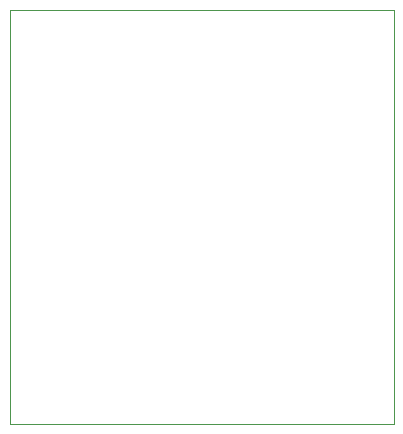
<source format=gbr>
%TF.GenerationSoftware,KiCad,Pcbnew,9.0.6*%
%TF.CreationDate,2025-11-12T11:45:24+01:00*%
%TF.ProjectId,S13552_64Ch_Adapter_BGA2803_V2,53313335-3532-45f3-9634-43685f416461,1*%
%TF.SameCoordinates,Original*%
%TF.FileFunction,Profile,NP*%
%FSLAX46Y46*%
G04 Gerber Fmt 4.6, Leading zero omitted, Abs format (unit mm)*
G04 Created by KiCad (PCBNEW 9.0.6) date 2025-11-12 11:45:24*
%MOMM*%
%LPD*%
G01*
G04 APERTURE LIST*
%TA.AperFunction,Profile*%
%ADD10C,0.010000*%
%TD*%
G04 APERTURE END LIST*
D10*
X116880000Y-43167107D02*
X116880000Y-78167098D01*
X116880000Y-78167098D02*
X84340000Y-78167098D01*
X84340000Y-78167098D02*
X84340000Y-43167107D01*
X84340001Y-43167107D02*
X116880000Y-43167107D01*
M02*

</source>
